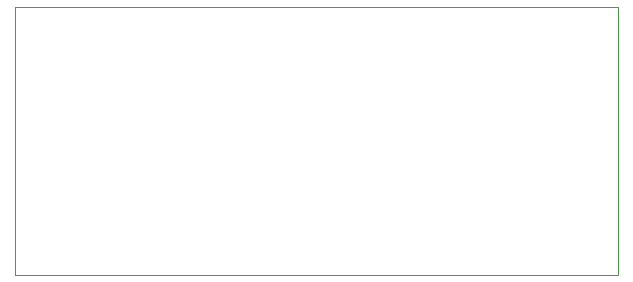
<source format=gbr>
%TF.GenerationSoftware,KiCad,Pcbnew,9.0.1*%
%TF.CreationDate,2025-07-21T18:30:37+01:00*%
%TF.ProjectId,rp2040-literal-bare-minimum,72703230-3430-42d6-9c69-746572616c2d,rev?*%
%TF.SameCoordinates,PX3922770PY49f2aa0*%
%TF.FileFunction,Profile,NP*%
%FSLAX46Y46*%
G04 Gerber Fmt 4.6, Leading zero omitted, Abs format (unit mm)*
G04 Created by KiCad (PCBNEW 9.0.1) date 2025-07-21 18:30:37*
%MOMM*%
%LPD*%
G01*
G04 APERTURE LIST*
%TA.AperFunction,Profile*%
%ADD10C,0.050000*%
%TD*%
G04 APERTURE END LIST*
D10*
X-2500Y22667500D02*
X51022500Y22667500D01*
X51022500Y-2500D01*
X-2500Y-2500D01*
X-2500Y22667500D01*
M02*

</source>
